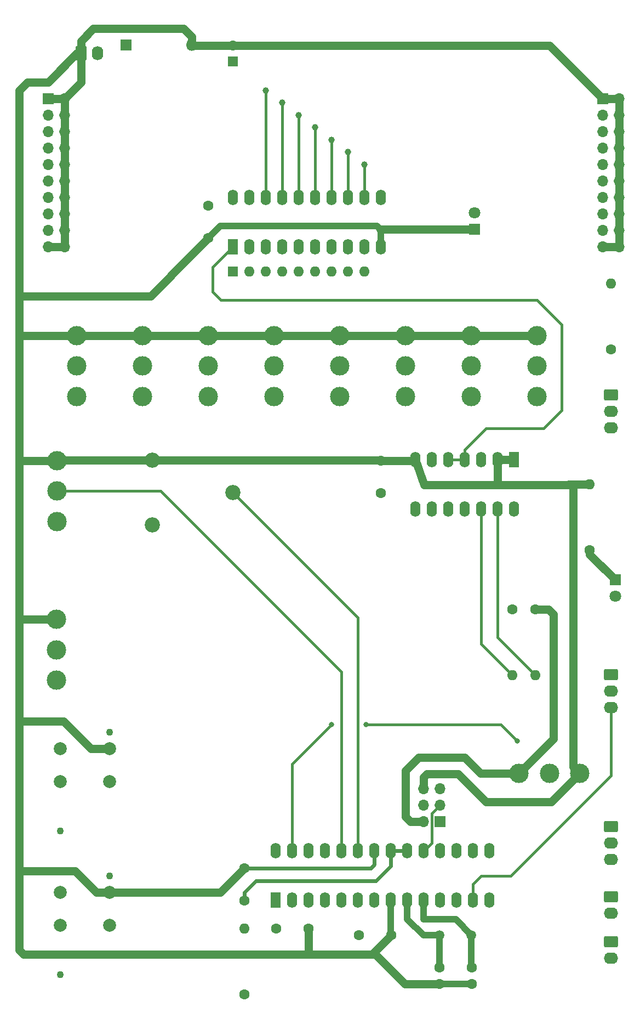
<source format=gbl>
G04 #@! TF.GenerationSoftware,KiCad,Pcbnew,7.0.5*
G04 #@! TF.CreationDate,2023-06-10T14:41:30+02:00*
G04 #@! TF.ProjectId,EinTaktReset,45696e54-616b-4745-9265-7365742e6b69,rev?*
G04 #@! TF.SameCoordinates,Original*
G04 #@! TF.FileFunction,Copper,L2,Bot*
G04 #@! TF.FilePolarity,Positive*
%FSLAX46Y46*%
G04 Gerber Fmt 4.6, Leading zero omitted, Abs format (unit mm)*
G04 Created by KiCad (PCBNEW 7.0.5) date 2023-06-10 14:41:30*
%MOMM*%
%LPD*%
G01*
G04 APERTURE LIST*
G04 Aperture macros list*
%AMRoundRect*
0 Rectangle with rounded corners*
0 $1 Rounding radius*
0 $2 $3 $4 $5 $6 $7 $8 $9 X,Y pos of 4 corners*
0 Add a 4 corners polygon primitive as box body*
4,1,4,$2,$3,$4,$5,$6,$7,$8,$9,$2,$3,0*
0 Add four circle primitives for the rounded corners*
1,1,$1+$1,$2,$3*
1,1,$1+$1,$4,$5*
1,1,$1+$1,$6,$7*
1,1,$1+$1,$8,$9*
0 Add four rect primitives between the rounded corners*
20,1,$1+$1,$2,$3,$4,$5,0*
20,1,$1+$1,$4,$5,$6,$7,0*
20,1,$1+$1,$6,$7,$8,$9,0*
20,1,$1+$1,$8,$9,$2,$3,0*%
G04 Aperture macros list end*
G04 #@! TA.AperFunction,ComponentPad*
%ADD10R,1.600000X2.400000*%
G04 #@! TD*
G04 #@! TA.AperFunction,ComponentPad*
%ADD11O,1.600000X2.400000*%
G04 #@! TD*
G04 #@! TA.AperFunction,ComponentPad*
%ADD12R,1.600000X1.600000*%
G04 #@! TD*
G04 #@! TA.AperFunction,ComponentPad*
%ADD13O,1.600000X1.600000*%
G04 #@! TD*
G04 #@! TA.AperFunction,ComponentPad*
%ADD14C,1.600000*%
G04 #@! TD*
G04 #@! TA.AperFunction,ComponentPad*
%ADD15R,1.800000X1.800000*%
G04 #@! TD*
G04 #@! TA.AperFunction,ComponentPad*
%ADD16C,1.800000*%
G04 #@! TD*
G04 #@! TA.AperFunction,ComponentPad*
%ADD17C,2.997200*%
G04 #@! TD*
G04 #@! TA.AperFunction,ComponentPad*
%ADD18R,1.700000X1.700000*%
G04 #@! TD*
G04 #@! TA.AperFunction,ComponentPad*
%ADD19O,1.700000X1.700000*%
G04 #@! TD*
G04 #@! TA.AperFunction,ComponentPad*
%ADD20RoundRect,0.249999X-0.620001X-0.845001X0.620001X-0.845001X0.620001X0.845001X-0.620001X0.845001X0*%
G04 #@! TD*
G04 #@! TA.AperFunction,ComponentPad*
%ADD21O,1.740000X2.190000*%
G04 #@! TD*
G04 #@! TA.AperFunction,ComponentPad*
%ADD22RoundRect,0.249999X-0.845001X0.620001X-0.845001X-0.620001X0.845001X-0.620001X0.845001X0.620001X0*%
G04 #@! TD*
G04 #@! TA.AperFunction,ComponentPad*
%ADD23O,2.190000X1.740000*%
G04 #@! TD*
G04 #@! TA.AperFunction,ComponentPad*
%ADD24C,2.000000*%
G04 #@! TD*
G04 #@! TA.AperFunction,ComponentPad*
%ADD25C,1.100000*%
G04 #@! TD*
G04 #@! TA.AperFunction,ComponentPad*
%ADD26O,1.800000X1.800000*%
G04 #@! TD*
G04 #@! TA.AperFunction,ComponentPad*
%ADD27C,1.500000*%
G04 #@! TD*
G04 #@! TA.AperFunction,ComponentPad*
%ADD28C,2.340000*%
G04 #@! TD*
G04 #@! TA.AperFunction,ViaPad*
%ADD29C,1.000000*%
G04 #@! TD*
G04 #@! TA.AperFunction,ViaPad*
%ADD30C,0.800000*%
G04 #@! TD*
G04 #@! TA.AperFunction,Conductor*
%ADD31C,1.250000*%
G04 #@! TD*
G04 #@! TA.AperFunction,Conductor*
%ADD32C,1.000000*%
G04 #@! TD*
G04 #@! TA.AperFunction,Conductor*
%ADD33C,0.600000*%
G04 #@! TD*
G04 #@! TA.AperFunction,Conductor*
%ADD34C,0.400000*%
G04 #@! TD*
G04 APERTURE END LIST*
D10*
X73660000Y-59055000D03*
D11*
X76200000Y-59055000D03*
X78740000Y-59055000D03*
X81280000Y-59055000D03*
X83820000Y-59055000D03*
X86360000Y-59055000D03*
X88900000Y-59055000D03*
X91440000Y-59055000D03*
X93980000Y-59055000D03*
X96520000Y-59055000D03*
X96520000Y-51435000D03*
X93980000Y-51435000D03*
X91440000Y-51435000D03*
X88900000Y-51435000D03*
X86360000Y-51435000D03*
X83820000Y-51435000D03*
X81280000Y-51435000D03*
X78740000Y-51435000D03*
X76200000Y-51435000D03*
X73660000Y-51435000D03*
D12*
X73660000Y-62865000D03*
D13*
X76200000Y-62865000D03*
X78740000Y-62865000D03*
X81280000Y-62865000D03*
X83820000Y-62865000D03*
X86360000Y-62865000D03*
X88900000Y-62865000D03*
X91440000Y-62865000D03*
X93980000Y-62865000D03*
D14*
X128778000Y-105918000D03*
D13*
X128778000Y-95758000D03*
D14*
X116840000Y-115062000D03*
D13*
X116840000Y-125222000D03*
D15*
X110998000Y-56388000D03*
D16*
X110998000Y-53848000D03*
D15*
X132715000Y-110490000D03*
D16*
X132715000Y-113030000D03*
D17*
X49530000Y-72771000D03*
X49530000Y-77470000D03*
X49530000Y-82169000D03*
X80010000Y-72771000D03*
X80010000Y-77470000D03*
X80010000Y-82169000D03*
X90170000Y-72771000D03*
X90170000Y-77470000D03*
X90170000Y-82169000D03*
X100330000Y-72771000D03*
X100330000Y-77470000D03*
X100330000Y-82169000D03*
X110490000Y-72771000D03*
X110490000Y-77470000D03*
X110490000Y-82169000D03*
X120650000Y-72771000D03*
X120650000Y-77470000D03*
X120650000Y-82169000D03*
D14*
X93100000Y-165360000D03*
X98100000Y-165360000D03*
X69850000Y-52705000D03*
X69850000Y-57705000D03*
X132080000Y-74930000D03*
D13*
X132080000Y-64770000D03*
D18*
X45085000Y-36195000D03*
D19*
X47625000Y-36195000D03*
X45085000Y-38735000D03*
X47625000Y-38735000D03*
X45085000Y-41275000D03*
X47625000Y-41275000D03*
X45085000Y-43815000D03*
X47625000Y-43815000D03*
X45085000Y-46355000D03*
X47625000Y-46355000D03*
X45085000Y-48895000D03*
X47625000Y-48895000D03*
X45085000Y-51435000D03*
X47625000Y-51435000D03*
X45085000Y-53975000D03*
X47625000Y-53975000D03*
X45085000Y-56515000D03*
X47625000Y-56515000D03*
X45085000Y-59055000D03*
X47625000Y-59055000D03*
D18*
X130810000Y-36195000D03*
D19*
X133350000Y-36195000D03*
X130810000Y-38735000D03*
X133350000Y-38735000D03*
X130810000Y-41275000D03*
X133350000Y-41275000D03*
X130810000Y-43815000D03*
X133350000Y-43815000D03*
X130810000Y-46355000D03*
X133350000Y-46355000D03*
X130810000Y-48895000D03*
X133350000Y-48895000D03*
X130810000Y-51435000D03*
X133350000Y-51435000D03*
X130810000Y-53975000D03*
X133350000Y-53975000D03*
X130810000Y-56515000D03*
X133350000Y-56515000D03*
X130810000Y-59055000D03*
X133350000Y-59055000D03*
D14*
X120396000Y-115062000D03*
D13*
X120396000Y-125222000D03*
D12*
X73660000Y-30480000D03*
D14*
X73660000Y-27980000D03*
D20*
X50165000Y-29210000D03*
D21*
X52705000Y-29210000D03*
D22*
X132080000Y-159385000D03*
D23*
X132080000Y-161925000D03*
D22*
X132080000Y-166370000D03*
D23*
X132080000Y-168910000D03*
D24*
X46990000Y-163830000D03*
X54610000Y-163830000D03*
X54610000Y-158750000D03*
X46990000Y-158750000D03*
D25*
X46990000Y-171450000D03*
X54610000Y-156210000D03*
D22*
X132080000Y-148590000D03*
D23*
X132080000Y-151130000D03*
X132080000Y-153670000D03*
D22*
X132080000Y-81915000D03*
D23*
X132080000Y-84455000D03*
X132080000Y-86995000D03*
D22*
X132080000Y-125095000D03*
D23*
X132080000Y-127635000D03*
X132080000Y-130175000D03*
D14*
X75438000Y-159980000D03*
X75438000Y-154980000D03*
D10*
X117094000Y-91948000D03*
D11*
X114554000Y-91948000D03*
X112014000Y-91948000D03*
X109474000Y-91948000D03*
X106934000Y-91948000D03*
X104394000Y-91948000D03*
X101854000Y-91948000D03*
X101854000Y-99568000D03*
X104394000Y-99568000D03*
X106934000Y-99568000D03*
X109474000Y-99568000D03*
X112014000Y-99568000D03*
X114554000Y-99568000D03*
X117094000Y-99568000D03*
D24*
X46990000Y-141605000D03*
X54610000Y-141605000D03*
X54610000Y-136525000D03*
X46990000Y-136525000D03*
D25*
X46990000Y-149225000D03*
X54610000Y-133985000D03*
D17*
X69850000Y-72771000D03*
X69850000Y-77470000D03*
X69850000Y-82169000D03*
D15*
X57150000Y-27940000D03*
D26*
X67310000Y-27940000D03*
D17*
X59690000Y-72771000D03*
X59690000Y-77470000D03*
X59690000Y-82169000D03*
X117856000Y-140335000D03*
X122555000Y-140335000D03*
X127254000Y-140335000D03*
X46355000Y-125984000D03*
X46355000Y-121285000D03*
X46355000Y-116586000D03*
D14*
X75438000Y-174498000D03*
D13*
X75438000Y-164338000D03*
D14*
X105600000Y-170360000D03*
X105600000Y-172860000D03*
D10*
X80280000Y-159940000D03*
D11*
X82820000Y-159940000D03*
X85360000Y-159940000D03*
X87900000Y-159940000D03*
X90440000Y-159940000D03*
X92980000Y-159940000D03*
X95520000Y-159940000D03*
X98060000Y-159940000D03*
X100600000Y-159940000D03*
X103140000Y-159940000D03*
X105680000Y-159940000D03*
X108220000Y-159940000D03*
X110760000Y-159940000D03*
X113300000Y-159940000D03*
X113300000Y-152320000D03*
X110760000Y-152320000D03*
X108220000Y-152320000D03*
X105680000Y-152320000D03*
X103140000Y-152320000D03*
X100600000Y-152320000D03*
X98060000Y-152320000D03*
X95520000Y-152320000D03*
X92980000Y-152320000D03*
X90440000Y-152320000D03*
X87900000Y-152320000D03*
X85360000Y-152320000D03*
X82820000Y-152320000D03*
X80280000Y-152320000D03*
D14*
X96520000Y-97075000D03*
X96520000Y-92075000D03*
D17*
X46482000Y-92075000D03*
X46482000Y-96774000D03*
X46482000Y-101473000D03*
D18*
X105669000Y-147813000D03*
D19*
X103129000Y-147813000D03*
X105669000Y-145273000D03*
X103129000Y-145273000D03*
X105669000Y-142733000D03*
X103129000Y-142733000D03*
D14*
X110600000Y-170360000D03*
X110600000Y-172860000D03*
D27*
X110480000Y-165360000D03*
X105600000Y-165360000D03*
D28*
X61160000Y-102028000D03*
X73660000Y-97028000D03*
X61160000Y-92028000D03*
D14*
X80300000Y-164338000D03*
X85300000Y-164338000D03*
D29*
X93980000Y-46355000D03*
X91440000Y-44450000D03*
X88900000Y-42545000D03*
X86360000Y-40640000D03*
X83820000Y-38735000D03*
X81280000Y-36830000D03*
X78740000Y-34925000D03*
D30*
X88900000Y-132842000D03*
X94234000Y-132842000D03*
X117602000Y-135382000D03*
D31*
X114300000Y-95848000D02*
X121519000Y-95848000D01*
X114554000Y-91948000D02*
X114554000Y-95594000D01*
X103169000Y-95848000D02*
X114300000Y-95848000D01*
X114554000Y-95594000D02*
X114300000Y-95848000D01*
X96473000Y-92028000D02*
X96520000Y-92075000D01*
X61160000Y-92028000D02*
X96473000Y-92028000D01*
X101727000Y-92075000D02*
X101854000Y-91948000D01*
X96520000Y-92075000D02*
X101727000Y-92075000D01*
X95408000Y-168052000D02*
X98100000Y-165360000D01*
X40640000Y-38735000D02*
X40640000Y-62230000D01*
X40640000Y-167640000D02*
X41275000Y-168275000D01*
D32*
X96520000Y-56515000D02*
X96520000Y-59055000D01*
D31*
X40640000Y-132334000D02*
X40640000Y-137160000D01*
X103129000Y-140975000D02*
X103129000Y-142733000D01*
X50165000Y-27305000D02*
X52070000Y-25400000D01*
X41910000Y-33655000D02*
X40640000Y-34925000D01*
X40640000Y-131445000D02*
X40640000Y-132334000D01*
X64055000Y-63500000D02*
X64055000Y-63580000D01*
X73660000Y-27980000D02*
X122595000Y-27980000D01*
X130810000Y-36195000D02*
X133350000Y-36195000D01*
X95185000Y-168275000D02*
X95408000Y-168052000D01*
X40640000Y-141605000D02*
X40640000Y-147320000D01*
X121519000Y-95848000D02*
X125476000Y-95848000D01*
D32*
X98060000Y-165320000D02*
X98100000Y-165360000D01*
D31*
X45085000Y-33655000D02*
X41910000Y-33655000D01*
X47498000Y-132334000D02*
X40640000Y-132334000D01*
X101854000Y-91948000D02*
X103169000Y-95848000D01*
X49276000Y-155448000D02*
X40640000Y-155448000D01*
D32*
X50165000Y-29210000D02*
X49530000Y-29210000D01*
X98060000Y-159940000D02*
X98060000Y-165320000D01*
D31*
X40640000Y-72390000D02*
X40640000Y-91948000D01*
X52578000Y-158750000D02*
X49276000Y-155448000D01*
X133350000Y-36195000D02*
X133350000Y-59055000D01*
X112776000Y-144780000D02*
X108458000Y-140462000D01*
X96647000Y-56388000D02*
X96520000Y-56515000D01*
X60960000Y-66675000D02*
X40640000Y-66675000D01*
D32*
X110600000Y-172860000D02*
X105600000Y-172860000D01*
D31*
X46529000Y-92028000D02*
X46482000Y-92075000D01*
X120650000Y-72771000D02*
X49530000Y-72771000D01*
X64055000Y-63580000D02*
X60960000Y-66675000D01*
X95408000Y-168052000D02*
X100216000Y-172860000D01*
X85300000Y-168231000D02*
X85344000Y-168275000D01*
X100216000Y-172860000D02*
X105600000Y-172860000D01*
X71668000Y-158750000D02*
X75438000Y-154980000D01*
X52070000Y-25400000D02*
X66040000Y-25400000D01*
D33*
X95520000Y-154416000D02*
X95520000Y-152320000D01*
D31*
X40640000Y-137160000D02*
X40640000Y-141605000D01*
X40640000Y-34925000D02*
X40640000Y-38735000D01*
X50165000Y-29210000D02*
X50165000Y-33655000D01*
X110998000Y-56388000D02*
X96647000Y-56388000D01*
X40640000Y-116586000D02*
X40640000Y-121920000D01*
X46355000Y-116586000D02*
X40640000Y-116586000D01*
X54610000Y-158750000D02*
X71668000Y-158750000D01*
X127254000Y-140335000D02*
X122809000Y-144780000D01*
X40767000Y-92075000D02*
X40640000Y-91948000D01*
X103632000Y-140462000D02*
X103124000Y-140970000D01*
X117094000Y-91948000D02*
X114554000Y-91948000D01*
X41021000Y-72771000D02*
X40640000Y-72390000D01*
X103124000Y-140970000D02*
X103129000Y-140975000D01*
X51689000Y-136525000D02*
X47498000Y-132334000D01*
X126238000Y-139319000D02*
X127254000Y-140335000D01*
D32*
X69850000Y-57705000D02*
X71675000Y-55880000D01*
D31*
X67310000Y-26670000D02*
X67310000Y-27940000D01*
X54610000Y-158750000D02*
X52578000Y-158750000D01*
X126238000Y-95758000D02*
X125566000Y-95758000D01*
X49530000Y-72771000D02*
X41021000Y-72771000D01*
X41275000Y-168275000D02*
X85344000Y-168275000D01*
D33*
X94956000Y-154980000D02*
X95520000Y-154416000D01*
D31*
X61160000Y-92028000D02*
X46529000Y-92028000D01*
X49530000Y-29210000D02*
X45085000Y-33655000D01*
X122595000Y-27980000D02*
X130810000Y-36195000D01*
X40640000Y-62230000D02*
X40640000Y-64770000D01*
X50165000Y-29210000D02*
X50165000Y-27305000D01*
D32*
X95885000Y-55880000D02*
X96520000Y-56515000D01*
D31*
X66040000Y-25400000D02*
X67310000Y-26670000D01*
X122809000Y-144780000D02*
X112776000Y-144780000D01*
X85300000Y-164338000D02*
X85300000Y-168231000D01*
X50165000Y-33655000D02*
X47625000Y-36195000D01*
X47625000Y-36195000D02*
X45085000Y-36195000D01*
X40640000Y-155448000D02*
X40640000Y-167640000D01*
D33*
X75438000Y-154980000D02*
X94956000Y-154980000D01*
D32*
X67350000Y-27980000D02*
X67310000Y-27940000D01*
D31*
X64055000Y-63500000D02*
X69850000Y-57705000D01*
D32*
X71675000Y-55880000D02*
X95885000Y-55880000D01*
D31*
X40640000Y-147320000D02*
X40640000Y-155448000D01*
X125566000Y-95758000D02*
X125476000Y-95848000D01*
X46482000Y-92075000D02*
X40767000Y-92075000D01*
X40640000Y-93700000D02*
X40640000Y-116586000D01*
X128778000Y-95758000D02*
X126238000Y-95758000D01*
X47625000Y-36195000D02*
X47625000Y-59055000D01*
X54610000Y-136525000D02*
X51689000Y-136525000D01*
X108458000Y-140462000D02*
X103632000Y-140462000D01*
X40640000Y-64770000D02*
X40640000Y-66675000D01*
X85344000Y-168275000D02*
X95185000Y-168275000D01*
X40640000Y-91948000D02*
X40640000Y-93700000D01*
X126238000Y-95758000D02*
X126238000Y-139319000D01*
X130810000Y-59055000D02*
X133350000Y-59055000D01*
X47625000Y-59055000D02*
X45085000Y-59055000D01*
X40640000Y-121920000D02*
X40640000Y-131445000D01*
X73660000Y-27980000D02*
X67350000Y-27980000D01*
X40640000Y-66675000D02*
X40640000Y-72390000D01*
D33*
X75438000Y-159980000D02*
X75438000Y-158750000D01*
D31*
X100330000Y-147036000D02*
X101107000Y-147813000D01*
X123190000Y-115824000D02*
X122428000Y-115062000D01*
D33*
X95758000Y-156972000D02*
X98060000Y-154670000D01*
D31*
X117856000Y-140335000D02*
X123190000Y-135001000D01*
X117856000Y-140335000D02*
X111887000Y-140335000D01*
D33*
X75438000Y-158750000D02*
X77216000Y-156972000D01*
X98060000Y-152320000D02*
X100600000Y-152320000D01*
D31*
X122428000Y-115062000D02*
X120396000Y-115062000D01*
D33*
X77216000Y-156972000D02*
X95758000Y-156972000D01*
D31*
X101107000Y-147813000D02*
X103129000Y-147813000D01*
X102362000Y-137922000D02*
X100330000Y-139954000D01*
X123190000Y-135001000D02*
X123190000Y-115824000D01*
X109474000Y-137922000D02*
X102362000Y-137922000D01*
D33*
X98060000Y-154670000D02*
X98060000Y-152320000D01*
D31*
X100330000Y-139954000D02*
X100330000Y-147036000D01*
X111887000Y-140335000D02*
X109474000Y-137922000D01*
D32*
X103100000Y-159980000D02*
X103140000Y-159940000D01*
X110480000Y-165360000D02*
X108100000Y-162860000D01*
X110480000Y-165360000D02*
X110480000Y-170240000D01*
X110480000Y-170240000D02*
X110600000Y-170360000D01*
X103100000Y-162860000D02*
X103100000Y-159980000D01*
X108100000Y-162860000D02*
X103100000Y-162860000D01*
X103100000Y-165360000D02*
X100600000Y-162860000D01*
X105600000Y-165360000D02*
X103100000Y-165360000D01*
X105600000Y-165360000D02*
X105600000Y-170360000D01*
X100600000Y-162860000D02*
X100600000Y-159940000D01*
D34*
X93980000Y-51435000D02*
X93980000Y-46355000D01*
X91440000Y-51435000D02*
X91440000Y-44450000D01*
X88900000Y-51435000D02*
X88900000Y-42545000D01*
X86360000Y-51435000D02*
X86360000Y-40640000D01*
X83820000Y-51435000D02*
X83820000Y-38735000D01*
X81280000Y-51435000D02*
X81280000Y-36830000D01*
X78740000Y-51435000D02*
X78740000Y-34925000D01*
D31*
X128778000Y-106553000D02*
X132715000Y-110490000D01*
X128778000Y-105918000D02*
X128778000Y-106553000D01*
D34*
X104379000Y-146563000D02*
X104379000Y-151081000D01*
X104379000Y-151081000D02*
X103140000Y-152320000D01*
X105669000Y-145273000D02*
X104379000Y-146563000D01*
X92964000Y-116332000D02*
X92964000Y-117348000D01*
X92980000Y-117364000D02*
X92980000Y-152320000D01*
X92964000Y-117348000D02*
X92980000Y-117364000D01*
X73660000Y-97028000D02*
X92964000Y-116332000D01*
X115062000Y-132842000D02*
X117602000Y-135382000D01*
X88900000Y-132842000D02*
X82820000Y-138922000D01*
X94234000Y-132842000D02*
X115062000Y-132842000D01*
X82820000Y-138922000D02*
X82820000Y-152320000D01*
X124460000Y-71120000D02*
X124460000Y-84328000D01*
X70485000Y-62230000D02*
X70485000Y-66040000D01*
X112776000Y-87122000D02*
X109474000Y-90424000D01*
X106934000Y-91948000D02*
X109474000Y-91948000D01*
X73660000Y-59055000D02*
X70485000Y-62230000D01*
X71755000Y-67310000D02*
X120650000Y-67310000D01*
X109474000Y-90424000D02*
X109474000Y-91948000D01*
X70485000Y-66040000D02*
X71755000Y-67310000D01*
X124460000Y-84328000D02*
X121666000Y-87122000D01*
X120650000Y-67310000D02*
X124460000Y-71120000D01*
X121666000Y-87122000D02*
X112776000Y-87122000D01*
X46482000Y-96774000D02*
X62484000Y-96774000D01*
X62484000Y-96774000D02*
X90440000Y-124730000D01*
X90440000Y-124730000D02*
X90440000Y-152320000D01*
X112014000Y-120396000D02*
X116840000Y-125222000D01*
X112014000Y-99568000D02*
X112014000Y-120396000D01*
X114554000Y-99568000D02*
X114554000Y-119380000D01*
X114554000Y-119380000D02*
X120396000Y-125222000D01*
X112014000Y-156210000D02*
X110760000Y-157464000D01*
X132080000Y-130175000D02*
X132080000Y-140716000D01*
X110760000Y-157464000D02*
X110760000Y-159940000D01*
X132080000Y-140716000D02*
X116586000Y-156210000D01*
X116586000Y-156210000D02*
X112014000Y-156210000D01*
M02*

</source>
